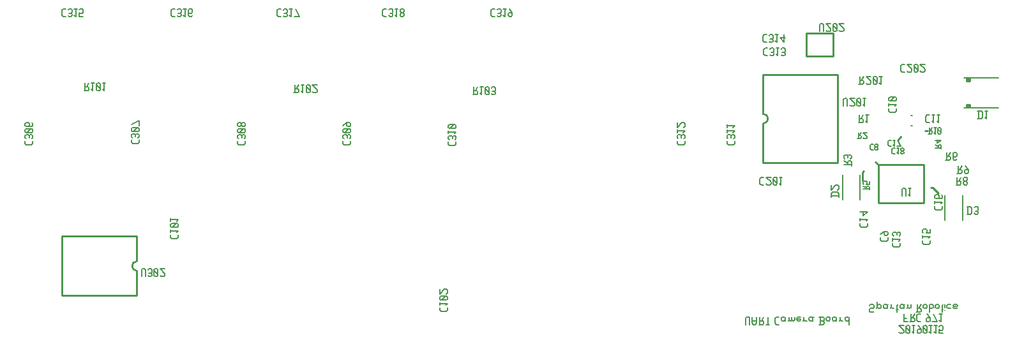
<source format=gbr>
G04 start of page 11 for group -4078 idx -4078 *
G04 Title: uart, bottomsilk *
G04 Creator: pcb 20140316 *
G04 CreationDate: Wed 16 Jan 2019 07:50:34 AM GMT UTC *
G04 For: brian *
G04 Format: Gerber/RS-274X *
G04 PCB-Dimensions (mil): 9000.00 5000.00 *
G04 PCB-Coordinate-Origin: lower left *
%MOIN*%
%FSLAX25Y25*%
%LNBOTTOMSILK*%
%ADD193C,0.0150*%
%ADD192C,0.0110*%
%ADD191C,0.0080*%
%ADD190C,0.0100*%
G54D190*X646500Y288500D02*X647500D01*
X650500Y285500D01*
X611500Y297000D02*X611000Y296500D01*
Y292000D01*
X643500Y318000D02*X645000D01*
X631000Y315000D02*X629500Y313500D01*
G54D191*X630000Y212970D02*X630490Y212480D01*
X631960D01*
X632450Y212970D01*
Y213950D01*
X630000Y216400D02*X632450Y213950D01*
X630000Y216400D02*X632450D01*
X633626Y215910D02*X634116Y216400D01*
X633626Y212970D02*Y215910D01*
Y212970D02*X634116Y212480D01*
X635096D01*
X635586Y212970D01*
Y215910D01*
X635096Y216400D02*X635586Y215910D01*
X634116Y216400D02*X635096D01*
X633626Y215420D02*X635586Y213460D01*
X636762Y213264D02*X637546Y212480D01*
Y216400D01*
X636762D02*X638232D01*
X639898D02*X641368Y214440D01*
Y212970D02*Y214440D01*
X640878Y212480D02*X641368Y212970D01*
X639898Y212480D02*X640878D01*
X639408Y212970D02*X639898Y212480D01*
X639408Y212970D02*Y213950D01*
X639898Y214440D01*
X641368D01*
X642544Y215910D02*X643034Y216400D01*
X642544Y212970D02*Y215910D01*
Y212970D02*X643034Y212480D01*
X644014D01*
X644504Y212970D01*
Y215910D01*
X644014Y216400D02*X644504Y215910D01*
X643034Y216400D02*X644014D01*
X642544Y215420D02*X644504Y213460D01*
X645680Y213264D02*X646464Y212480D01*
Y216400D01*
X645680D02*X647150D01*
X648326Y213264D02*X649110Y212480D01*
Y216400D01*
X648326D02*X649796D01*
X650972Y212480D02*X652932D01*
X650972D02*Y214440D01*
X651462Y213950D01*
X652442D01*
X652932Y214440D01*
Y215910D01*
X652442Y216400D02*X652932Y215910D01*
X651462Y216400D02*X652442D01*
X650972Y215910D02*X651462Y216400D01*
X632500Y218480D02*Y222400D01*
Y218480D02*X634460D01*
X632500Y220244D02*X633970D01*
X635636Y218480D02*X637596D01*
X638086Y218970D01*
Y219950D01*
X637596Y220440D02*X638086Y219950D01*
X636126Y220440D02*X637596D01*
X636126Y218480D02*Y222400D01*
X636910Y220440D02*X638086Y222400D01*
X639948D02*X641222D01*
X639262Y221714D02*X639948Y222400D01*
X639262Y219166D02*Y221714D01*
Y219166D02*X639948Y218480D01*
X641222D01*
X644652Y222400D02*X646122Y220440D01*
Y218970D02*Y220440D01*
X645632Y218480D02*X646122Y218970D01*
X644652Y218480D02*X645632D01*
X644162Y218970D02*X644652Y218480D01*
X644162Y218970D02*Y219950D01*
X644652Y220440D01*
X646122D01*
X647788Y222400D02*X649748Y218480D01*
X647298D02*X649748D01*
X650924Y219264D02*X651708Y218480D01*
Y222400D01*
X650924D02*X652394D01*
X616460Y223480D02*X616950Y223970D01*
X614990Y223480D02*X616460D01*
X614500Y223970D02*X614990Y223480D01*
X614500Y223970D02*Y224950D01*
X614990Y225440D01*
X616460D01*
X616950Y225930D01*
Y226910D01*
X616460Y227400D02*X616950Y226910D01*
X614990Y227400D02*X616460D01*
X614500Y226910D02*X614990Y227400D01*
X618616Y225930D02*Y228870D01*
X618126Y225440D02*X618616Y225930D01*
X619106Y225440D01*
X620086D01*
X620576Y225930D01*
Y226910D01*
X620086Y227400D02*X620576Y226910D01*
X619106Y227400D02*X620086D01*
X618616Y226910D02*X619106Y227400D01*
X623222Y225440D02*X623712Y225930D01*
X622242Y225440D02*X623222D01*
X621752Y225930D02*X622242Y225440D01*
X621752Y225930D02*Y226910D01*
X622242Y227400D01*
X623712Y225440D02*Y226910D01*
X624202Y227400D01*
X622242D02*X623222D01*
X623712Y226910D01*
X625868Y225930D02*Y227400D01*
Y225930D02*X626358Y225440D01*
X627338D01*
X625378D02*X625868Y225930D01*
X629004Y223480D02*Y226910D01*
X629494Y227400D01*
X628514Y224950D02*X629494D01*
X631944Y225440D02*X632434Y225930D01*
X630964Y225440D02*X631944D01*
X630474Y225930D02*X630964Y225440D01*
X630474Y225930D02*Y226910D01*
X630964Y227400D01*
X632434Y225440D02*Y226910D01*
X632924Y227400D01*
X630964D02*X631944D01*
X632434Y226910D01*
X634590Y225930D02*Y227400D01*
Y225930D02*X635080Y225440D01*
X635570D01*
X636060Y225930D01*
Y227400D01*
X634100Y225440D02*X634590Y225930D01*
X639000Y223480D02*X640960D01*
X641450Y223970D01*
Y224950D01*
X640960Y225440D02*X641450Y224950D01*
X639490Y225440D02*X640960D01*
X639490Y223480D02*Y227400D01*
X640274Y225440D02*X641450Y227400D01*
X642626Y225930D02*Y226910D01*
Y225930D02*X643116Y225440D01*
X644096D01*
X644586Y225930D01*
Y226910D01*
X644096Y227400D02*X644586Y226910D01*
X643116Y227400D02*X644096D01*
X642626Y226910D02*X643116Y227400D01*
X645762Y223480D02*Y227400D01*
Y226910D02*X646252Y227400D01*
X647232D01*
X647722Y226910D01*
Y225930D02*Y226910D01*
X647232Y225440D02*X647722Y225930D01*
X646252Y225440D02*X647232D01*
X645762Y225930D02*X646252Y225440D01*
X648898Y225930D02*Y226910D01*
Y225930D02*X649388Y225440D01*
X650368D01*
X650858Y225930D01*
Y226910D01*
X650368Y227400D02*X650858Y226910D01*
X649388Y227400D02*X650368D01*
X648898Y226910D02*X649388Y227400D01*
X652524Y223480D02*Y226910D01*
X653014Y227400D01*
X652034Y224950D02*X653014D01*
X653994Y224460D02*Y224558D01*
Y225930D02*Y227400D01*
X655464Y225440D02*X656934D01*
X654974Y225930D02*X655464Y225440D01*
X654974Y225930D02*Y226910D01*
X655464Y227400D01*
X656934D01*
X658600D02*X660070D01*
X660560Y226910D01*
X660070Y226420D02*X660560Y226910D01*
X658600Y226420D02*X660070D01*
X658110Y225930D02*X658600Y226420D01*
X658110Y225930D02*X658600Y225440D01*
X660070D01*
X660560Y225930D01*
X658110Y226910D02*X658600Y227400D01*
X550000Y216980D02*Y220410D01*
X550490Y220900D01*
X551470D01*
X551960Y220410D01*
Y216980D02*Y220410D01*
X553136Y217960D02*Y220900D01*
Y217960D02*X553822Y216980D01*
X554900D01*
X555586Y217960D01*
Y220900D01*
X553136Y218940D02*X555586D01*
X556762Y216980D02*X558722D01*
X559212Y217470D01*
Y218450D01*
X558722Y218940D02*X559212Y218450D01*
X557252Y218940D02*X558722D01*
X557252Y216980D02*Y220900D01*
X558036Y218940D02*X559212Y220900D01*
X560388Y216980D02*X562348D01*
X561368D02*Y220900D01*
X565974D02*X567248D01*
X565288Y220214D02*X565974Y220900D01*
X565288Y217666D02*Y220214D01*
Y217666D02*X565974Y216980D01*
X567248D01*
X569894Y218940D02*X570384Y219430D01*
X568914Y218940D02*X569894D01*
X568424Y219430D02*X568914Y218940D01*
X568424Y219430D02*Y220410D01*
X568914Y220900D01*
X570384Y218940D02*Y220410D01*
X570874Y220900D01*
X568914D02*X569894D01*
X570384Y220410D01*
X572540Y219430D02*Y220900D01*
Y219430D02*X573030Y218940D01*
X573520D01*
X574010Y219430D01*
Y220900D01*
Y219430D02*X574500Y218940D01*
X574990D01*
X575480Y219430D01*
Y220900D01*
X572050Y218940D02*X572540Y219430D01*
X577146Y220900D02*X578616D01*
X576656Y220410D02*X577146Y220900D01*
X576656Y219430D02*Y220410D01*
Y219430D02*X577146Y218940D01*
X578126D01*
X578616Y219430D01*
X576656Y219920D02*X578616D01*
Y219430D02*Y219920D01*
X580282Y219430D02*Y220900D01*
Y219430D02*X580772Y218940D01*
X581752D01*
X579792D02*X580282Y219430D01*
X584398Y218940D02*X584888Y219430D01*
X583418Y218940D02*X584398D01*
X582928Y219430D02*X583418Y218940D01*
X582928Y219430D02*Y220410D01*
X583418Y220900D01*
X584888Y218940D02*Y220410D01*
X585378Y220900D01*
X583418D02*X584398D01*
X584888Y220410D01*
X588318Y220900D02*X590278D01*
X590768Y220410D01*
Y219234D02*Y220410D01*
X590278Y218744D02*X590768Y219234D01*
X588808Y218744D02*X590278D01*
X588808Y216980D02*Y220900D01*
X588318Y216980D02*X590278D01*
X590768Y217470D01*
Y218254D01*
X590278Y218744D02*X590768Y218254D01*
X591944Y219430D02*Y220410D01*
Y219430D02*X592434Y218940D01*
X593414D01*
X593904Y219430D01*
Y220410D01*
X593414Y220900D02*X593904Y220410D01*
X592434Y220900D02*X593414D01*
X591944Y220410D02*X592434Y220900D01*
X596550Y218940D02*X597040Y219430D01*
X595570Y218940D02*X596550D01*
X595080Y219430D02*X595570Y218940D01*
X595080Y219430D02*Y220410D01*
X595570Y220900D01*
X597040Y218940D02*Y220410D01*
X597530Y220900D01*
X595570D02*X596550D01*
X597040Y220410D01*
X599196Y219430D02*Y220900D01*
Y219430D02*X599686Y218940D01*
X600666D01*
X598706D02*X599196Y219430D01*
X603802Y216980D02*Y220900D01*
X603312D02*X603802Y220410D01*
X602332Y220900D02*X603312D01*
X601842Y220410D02*X602332Y220900D01*
X601842Y219430D02*Y220410D01*
Y219430D02*X602332Y218940D01*
X603312D01*
X603802Y219430D01*
G54D190*X193000Y232000D02*X232000D01*
X193000Y263000D02*Y232000D01*
Y263000D02*X232000D01*
Y245000D02*Y232000D01*
Y263000D02*Y250000D01*
G75*G03X232000Y245000I0J-2500D01*G01*
G54D191*X663028Y284496D02*Y271504D01*
X653972Y284496D02*Y271504D01*
G54D192*Y272882D03*
X663028D03*
G54D191*X664000Y345750D02*X682000D01*
X664000Y330250D02*X682000D01*
G54D193*X665500Y344500D02*Y345250D01*
X666500Y344500D02*Y345250D01*
X665500Y344500D02*X666500D01*
X665500Y330750D02*Y331500D01*
X666500Y330750D02*Y331500D01*
X665500D02*X666500D01*
G54D191*X609528Y294996D02*Y282004D01*
X600472Y294996D02*Y282004D01*
G54D192*Y283382D03*
X609528D03*
G54D190*X619174Y280643D02*X642826D01*
X619174Y300357D02*Y280643D01*
Y300357D02*X642826D01*
Y280643D01*
X619174Y300359D02*X617674Y301859D01*
G54D191*X636107Y326255D02*X636893D01*
X636107Y320745D02*X636893D01*
G54D190*X581500Y369000D02*X595400D01*
Y357200D01*
X581500D02*X595400D01*
X581500Y369000D02*Y357200D01*
X559000Y347500D02*X598000D01*
Y301500D01*
X559000D02*X598000D01*
X559000Y347500D02*Y327000D01*
Y322000D02*Y301500D01*
Y322000D02*G75*G03X559000Y327000I0J2500D01*G01*
G54D191*X249650Y262550D02*Y263850D01*
X250350Y261850D02*X249650Y262550D01*
X250350Y261850D02*X252950D01*
X253650Y262550D01*
Y263850D01*
X252850Y265050D02*X253650Y265850D01*
X249650D02*X253650D01*
X249650Y265050D02*Y266550D01*
X250150Y267750D02*X249650Y268250D01*
X250150Y267750D02*X253150D01*
X253650Y268250D01*
Y269250D01*
X253150Y269750D01*
X250150D02*X253150D01*
X249650Y269250D02*X250150Y269750D01*
X249650Y268250D02*Y269250D01*
X250650Y267750D02*X252650Y269750D01*
X252850Y270950D02*X253650Y271750D01*
X249650D02*X253650D01*
X249650Y270950D02*Y272450D01*
X390150Y224550D02*Y225850D01*
X390850Y223850D02*X390150Y224550D01*
X390850Y223850D02*X393450D01*
X394150Y224550D01*
Y225850D01*
X393350Y227050D02*X394150Y227850D01*
X390150D02*X394150D01*
X390150Y227050D02*Y228550D01*
X390650Y229750D02*X390150Y230250D01*
X390650Y229750D02*X393650D01*
X394150Y230250D01*
Y231250D01*
X393650Y231750D01*
X390650D02*X393650D01*
X390150Y231250D02*X390650Y231750D01*
X390150Y230250D02*Y231250D01*
X391150Y229750D02*X393150Y231750D01*
X393650Y232950D02*X394150Y233450D01*
Y234950D01*
X393650Y235450D01*
X392650D02*X393650D01*
X390150Y232950D02*X392650Y235450D01*
X390150Y232950D02*Y235450D01*
X234500Y242000D02*Y245500D01*
X235000Y246000D01*
X236000D01*
X236500Y245500D01*
Y242000D02*Y245500D01*
X237700Y242500D02*X238200Y242000D01*
X239200D01*
X239700Y242500D01*
X239200Y246000D02*X239700Y245500D01*
X238200Y246000D02*X239200D01*
X237700Y245500D02*X238200Y246000D01*
Y243800D02*X239200D01*
X239700Y242500D02*Y243300D01*
Y244300D02*Y245500D01*
Y244300D02*X239200Y243800D01*
X239700Y243300D02*X239200Y243800D01*
X240900Y245500D02*X241400Y246000D01*
X240900Y242500D02*Y245500D01*
Y242500D02*X241400Y242000D01*
X242400D01*
X242900Y242500D01*
Y245500D01*
X242400Y246000D02*X242900Y245500D01*
X241400Y246000D02*X242400D01*
X240900Y245000D02*X242900Y243000D01*
X244100Y242500D02*X244600Y242000D01*
X246100D01*
X246600Y242500D01*
Y243500D01*
X244100Y246000D02*X246600Y243500D01*
X244100Y246000D02*X246600D01*
X417550Y381850D02*X418850D01*
X416850Y381150D02*X417550Y381850D01*
X416850Y378550D02*Y381150D01*
Y378550D02*X417550Y377850D01*
X418850D01*
X420050Y378350D02*X420550Y377850D01*
X421550D01*
X422050Y378350D01*
X421550Y381850D02*X422050Y381350D01*
X420550Y381850D02*X421550D01*
X420050Y381350D02*X420550Y381850D01*
Y379650D02*X421550D01*
X422050Y378350D02*Y379150D01*
Y380150D02*Y381350D01*
Y380150D02*X421550Y379650D01*
X422050Y379150D02*X421550Y379650D01*
X423250Y378650D02*X424050Y377850D01*
Y381850D01*
X423250D02*X424750D01*
X426450D02*X427950Y379850D01*
Y378350D02*Y379850D01*
X427450Y377850D02*X427950Y378350D01*
X426450Y377850D02*X427450D01*
X425950Y378350D02*X426450Y377850D01*
X425950Y378350D02*Y379350D01*
X426450Y379850D01*
X427950D01*
X361050Y381850D02*X362350D01*
X360350Y381150D02*X361050Y381850D01*
X360350Y378550D02*Y381150D01*
Y378550D02*X361050Y377850D01*
X362350D01*
X363550Y378350D02*X364050Y377850D01*
X365050D01*
X365550Y378350D01*
X365050Y381850D02*X365550Y381350D01*
X364050Y381850D02*X365050D01*
X363550Y381350D02*X364050Y381850D01*
Y379650D02*X365050D01*
X365550Y378350D02*Y379150D01*
Y380150D02*Y381350D01*
Y380150D02*X365050Y379650D01*
X365550Y379150D02*X365050Y379650D01*
X366750Y378650D02*X367550Y377850D01*
Y381850D01*
X366750D02*X368250D01*
X369450Y381350D02*X369950Y381850D01*
X369450Y380550D02*Y381350D01*
Y380550D02*X370150Y379850D01*
X370750D01*
X371450Y380550D01*
Y381350D01*
X370950Y381850D02*X371450Y381350D01*
X369950Y381850D02*X370950D01*
X369450Y379150D02*X370150Y379850D01*
X369450Y378350D02*Y379150D01*
Y378350D02*X369950Y377850D01*
X370950D01*
X371450Y378350D01*
Y379150D01*
X370750Y379850D02*X371450Y379150D01*
X305950Y381750D02*X307250D01*
X305250Y381050D02*X305950Y381750D01*
X305250Y378450D02*Y381050D01*
Y378450D02*X305950Y377750D01*
X307250D01*
X308450Y378250D02*X308950Y377750D01*
X309950D01*
X310450Y378250D01*
X309950Y381750D02*X310450Y381250D01*
X308950Y381750D02*X309950D01*
X308450Y381250D02*X308950Y381750D01*
Y379550D02*X309950D01*
X310450Y378250D02*Y379050D01*
Y380050D02*Y381250D01*
Y380050D02*X309950Y379550D01*
X310450Y379050D02*X309950Y379550D01*
X311650Y378550D02*X312450Y377750D01*
Y381750D01*
X311650D02*X313150D01*
X314850D02*X316850Y377750D01*
X314350D02*X316850D01*
X250550Y381850D02*X251850D01*
X249850Y381150D02*X250550Y381850D01*
X249850Y378550D02*Y381150D01*
Y378550D02*X250550Y377850D01*
X251850D01*
X253050Y378350D02*X253550Y377850D01*
X254550D01*
X255050Y378350D01*
X254550Y381850D02*X255050Y381350D01*
X253550Y381850D02*X254550D01*
X253050Y381350D02*X253550Y381850D01*
Y379650D02*X254550D01*
X255050Y378350D02*Y379150D01*
Y380150D02*Y381350D01*
Y380150D02*X254550Y379650D01*
X255050Y379150D02*X254550Y379650D01*
X256250Y378650D02*X257050Y377850D01*
Y381850D01*
X256250D02*X257750D01*
X260450Y377850D02*X260950Y378350D01*
X259450Y377850D02*X260450D01*
X258950Y378350D02*X259450Y377850D01*
X258950Y378350D02*Y381350D01*
X259450Y381850D01*
X260450Y379650D02*X260950Y380150D01*
X258950Y379650D02*X260450D01*
X259450Y381850D02*X260450D01*
X260950Y381350D01*
Y380150D02*Y381350D01*
X193550Y381850D02*X194850D01*
X192850Y381150D02*X193550Y381850D01*
X192850Y378550D02*Y381150D01*
Y378550D02*X193550Y377850D01*
X194850D01*
X196050Y378350D02*X196550Y377850D01*
X197550D01*
X198050Y378350D01*
X197550Y381850D02*X198050Y381350D01*
X196550Y381850D02*X197550D01*
X196050Y381350D02*X196550Y381850D01*
Y379650D02*X197550D01*
X198050Y378350D02*Y379150D01*
Y380150D02*Y381350D01*
Y380150D02*X197550Y379650D01*
X198050Y379150D02*X197550Y379650D01*
X199250Y378650D02*X200050Y377850D01*
Y381850D01*
X199250D02*X200750D01*
X201950Y377850D02*X203950D01*
X201950D02*Y379850D01*
X202450Y379350D01*
X203450D01*
X203950Y379850D01*
Y381350D01*
X203450Y381850D02*X203950Y381350D01*
X202450Y381850D02*X203450D01*
X201950Y381350D02*X202450Y381850D01*
X204500Y339000D02*X206500D01*
X207000Y339500D01*
Y340500D01*
X206500Y341000D02*X207000Y340500D01*
X205000Y341000D02*X206500D01*
X205000Y339000D02*Y343000D01*
X205800Y341000D02*X207000Y343000D01*
X208200Y339800D02*X209000Y339000D01*
Y343000D01*
X208200D02*X209700D01*
X210900Y342500D02*X211400Y343000D01*
X210900Y339500D02*Y342500D01*
Y339500D02*X211400Y339000D01*
X212400D01*
X212900Y339500D01*
Y342500D01*
X212400Y343000D02*X212900Y342500D01*
X211400Y343000D02*X212400D01*
X210900Y342000D02*X212900Y340000D01*
X214100Y339800D02*X214900Y339000D01*
Y343000D01*
X214100D02*X215600D01*
X284650Y311550D02*Y312850D01*
X285350Y310850D02*X284650Y311550D01*
X285350Y310850D02*X287950D01*
X288650Y311550D01*
Y312850D01*
X288150Y314050D02*X288650Y314550D01*
Y315550D01*
X288150Y316050D01*
X284650Y315550D02*X285150Y316050D01*
X284650Y314550D02*Y315550D01*
X285150Y314050D02*X284650Y314550D01*
X286850D02*Y315550D01*
X287350Y316050D02*X288150D01*
X285150D02*X286350D01*
X286850Y315550D01*
X287350Y316050D02*X286850Y315550D01*
X285150Y317250D02*X284650Y317750D01*
X285150Y317250D02*X288150D01*
X288650Y317750D01*
Y318750D01*
X288150Y319250D01*
X285150D02*X288150D01*
X284650Y318750D02*X285150Y319250D01*
X284650Y317750D02*Y318750D01*
X285650Y317250D02*X287650Y319250D01*
X285150Y320450D02*X284650Y320950D01*
X285150Y320450D02*X285950D01*
X286650Y321150D01*
Y321750D01*
X285950Y322450D01*
X285150D02*X285950D01*
X284650Y321950D02*X285150Y322450D01*
X284650Y320950D02*Y321950D01*
X287350Y320450D02*X286650Y321150D01*
X287350Y320450D02*X288150D01*
X288650Y320950D01*
Y321950D01*
X288150Y322450D01*
X287350D02*X288150D01*
X286650Y321750D02*X287350Y322450D01*
X229150Y312050D02*Y313350D01*
X229850Y311350D02*X229150Y312050D01*
X229850Y311350D02*X232450D01*
X233150Y312050D01*
Y313350D01*
X232650Y314550D02*X233150Y315050D01*
Y316050D01*
X232650Y316550D01*
X229150Y316050D02*X229650Y316550D01*
X229150Y315050D02*Y316050D01*
X229650Y314550D02*X229150Y315050D01*
X231350D02*Y316050D01*
X231850Y316550D02*X232650D01*
X229650D02*X230850D01*
X231350Y316050D01*
X231850Y316550D02*X231350Y316050D01*
X229650Y317750D02*X229150Y318250D01*
X229650Y317750D02*X232650D01*
X233150Y318250D01*
Y319250D01*
X232650Y319750D01*
X229650D02*X232650D01*
X229150Y319250D02*X229650Y319750D01*
X229150Y318250D02*Y319250D01*
X230150Y317750D02*X232150Y319750D01*
X229150Y321450D02*X233150Y323450D01*
Y320950D02*Y323450D01*
X173650Y311550D02*Y312850D01*
X174350Y310850D02*X173650Y311550D01*
X174350Y310850D02*X176950D01*
X177650Y311550D01*
Y312850D01*
X177150Y314050D02*X177650Y314550D01*
Y315550D01*
X177150Y316050D01*
X173650Y315550D02*X174150Y316050D01*
X173650Y314550D02*Y315550D01*
X174150Y314050D02*X173650Y314550D01*
X175850D02*Y315550D01*
X176350Y316050D02*X177150D01*
X174150D02*X175350D01*
X175850Y315550D01*
X176350Y316050D02*X175850Y315550D01*
X174150Y317250D02*X173650Y317750D01*
X174150Y317250D02*X177150D01*
X177650Y317750D01*
Y318750D01*
X177150Y319250D01*
X174150D02*X177150D01*
X173650Y318750D02*X174150Y319250D01*
X173650Y317750D02*Y318750D01*
X174650Y317250D02*X176650Y319250D01*
X177650Y321950D02*X177150Y322450D01*
X177650Y320950D02*Y321950D01*
X177150Y320450D02*X177650Y320950D01*
X174150Y320450D02*X177150D01*
X174150D02*X173650Y320950D01*
X175850Y321950D02*X175350Y322450D01*
X175850Y320450D02*Y321950D01*
X173650Y320950D02*Y321950D01*
X174150Y322450D01*
X175350D01*
X558050Y293850D02*X559350D01*
X557350Y293150D02*X558050Y293850D01*
X557350Y290550D02*Y293150D01*
Y290550D02*X558050Y289850D01*
X559350D01*
X560550Y290350D02*X561050Y289850D01*
X562550D01*
X563050Y290350D01*
Y291350D01*
X560550Y293850D02*X563050Y291350D01*
X560550Y293850D02*X563050D01*
X564250Y293350D02*X564750Y293850D01*
X564250Y290350D02*Y293350D01*
Y290350D02*X564750Y289850D01*
X565750D01*
X566250Y290350D01*
Y293350D01*
X565750Y293850D02*X566250Y293350D01*
X564750Y293850D02*X565750D01*
X564250Y292850D02*X566250Y290850D01*
X567450Y290650D02*X568250Y289850D01*
Y293850D01*
X567450D02*X568950D01*
X394650Y311050D02*Y312350D01*
X395350Y310350D02*X394650Y311050D01*
X395350Y310350D02*X397950D01*
X398650Y311050D01*
Y312350D01*
X398150Y313550D02*X398650Y314050D01*
Y315050D01*
X398150Y315550D01*
X394650Y315050D02*X395150Y315550D01*
X394650Y314050D02*Y315050D01*
X395150Y313550D02*X394650Y314050D01*
X396850D02*Y315050D01*
X397350Y315550D02*X398150D01*
X395150D02*X396350D01*
X396850Y315050D01*
X397350Y315550D02*X396850Y315050D01*
X397850Y316750D02*X398650Y317550D01*
X394650D02*X398650D01*
X394650Y316750D02*Y318250D01*
X395150Y319450D02*X394650Y319950D01*
X395150Y319450D02*X398150D01*
X398650Y319950D01*
Y320950D01*
X398150Y321450D01*
X395150D02*X398150D01*
X394650Y320950D02*X395150Y321450D01*
X394650Y319950D02*Y320950D01*
X395650Y319450D02*X397650Y321450D01*
X314000Y338000D02*X316000D01*
X316500Y338500D01*
Y339500D01*
X316000Y340000D02*X316500Y339500D01*
X314500Y340000D02*X316000D01*
X314500Y338000D02*Y342000D01*
X315300Y340000D02*X316500Y342000D01*
X317700Y338800D02*X318500Y338000D01*
Y342000D01*
X317700D02*X319200D01*
X320400Y341500D02*X320900Y342000D01*
X320400Y338500D02*Y341500D01*
Y338500D02*X320900Y338000D01*
X321900D01*
X322400Y338500D01*
Y341500D01*
X321900Y342000D02*X322400Y341500D01*
X320900Y342000D02*X321900D01*
X320400Y341000D02*X322400Y339000D01*
X323600Y338500D02*X324100Y338000D01*
X325600D01*
X326100Y338500D01*
Y339500D01*
X323600Y342000D02*X326100Y339500D01*
X323600Y342000D02*X326100D01*
X339650Y311550D02*Y312850D01*
X340350Y310850D02*X339650Y311550D01*
X340350Y310850D02*X342950D01*
X343650Y311550D01*
Y312850D01*
X343150Y314050D02*X343650Y314550D01*
Y315550D01*
X343150Y316050D01*
X339650Y315550D02*X340150Y316050D01*
X339650Y314550D02*Y315550D01*
X340150Y314050D02*X339650Y314550D01*
X341850D02*Y315550D01*
X342350Y316050D02*X343150D01*
X340150D02*X341350D01*
X341850Y315550D01*
X342350Y316050D02*X341850Y315550D01*
X340150Y317250D02*X339650Y317750D01*
X340150Y317250D02*X343150D01*
X343650Y317750D01*
Y318750D01*
X343150Y319250D01*
X340150D02*X343150D01*
X339650Y318750D02*X340150Y319250D01*
X339650Y317750D02*Y318750D01*
X340650Y317250D02*X342650Y319250D01*
X339650Y320950D02*X341650Y322450D01*
X343150D01*
X343650Y321950D02*X343150Y322450D01*
X343650Y320950D02*Y321950D01*
X343150Y320450D02*X343650Y320950D01*
X342150Y320450D02*X343150D01*
X342150D02*X341650Y320950D01*
Y322450D01*
X666000Y274500D02*Y278500D01*
X667300Y274500D02*X668000Y275200D01*
Y277800D01*
X667300Y278500D02*X668000Y277800D01*
X665500Y278500D02*X667300D01*
X665500Y274500D02*X667300D01*
X669200Y275000D02*X669700Y274500D01*
X670700D01*
X671200Y275000D01*
X670700Y278500D02*X671200Y278000D01*
X669700Y278500D02*X670700D01*
X669200Y278000D02*X669700Y278500D01*
Y276300D02*X670700D01*
X671200Y275000D02*Y275800D01*
Y276800D02*Y278000D01*
Y276800D02*X670700Y276300D01*
X671200Y275800D02*X670700Y276300D01*
X609650Y268550D02*Y269850D01*
X610350Y267850D02*X609650Y268550D01*
X610350Y267850D02*X612950D01*
X613650Y268550D01*
Y269850D01*
X612850Y271050D02*X613650Y271850D01*
X609650D02*X613650D01*
X609650Y271050D02*Y272550D01*
X611150Y273750D02*X613650Y275750D01*
X611150Y273750D02*Y276250D01*
X609650Y275750D02*X613650D01*
X594500Y284000D02*X598500D01*
Y285300D02*X597800Y286000D01*
X595200D02*X597800D01*
X594500Y285300D02*X595200Y286000D01*
X594500Y283500D02*Y285300D01*
X598500Y283500D02*Y285300D01*
X598000Y287200D02*X598500Y287700D01*
Y289200D01*
X598000Y289700D01*
X597000D02*X598000D01*
X594500Y287200D02*X597000Y289700D01*
X594500Y287200D02*Y289700D01*
X631500Y284000D02*Y287500D01*
X632000Y288000D01*
X633000D01*
X633500Y287500D01*
Y284000D02*Y287500D01*
X634700Y284800D02*X635500Y284000D01*
Y288000D01*
X634700D02*X636200D01*
X648650Y277550D02*Y278850D01*
X649350Y276850D02*X648650Y277550D01*
X649350Y276850D02*X651950D01*
X652650Y277550D01*
Y278850D01*
X651850Y280050D02*X652650Y280850D01*
X648650D02*X652650D01*
X648650Y280050D02*Y281550D01*
X652650Y284250D02*X652150Y284750D01*
X652650Y283250D02*Y284250D01*
X652150Y282750D02*X652650Y283250D01*
X649150Y282750D02*X652150D01*
X649150D02*X648650Y283250D01*
X650850Y284250D02*X650350Y284750D01*
X650850Y282750D02*Y284250D01*
X648650Y283250D02*Y284250D01*
X649150Y284750D01*
X650350D01*
X642150Y259550D02*Y260850D01*
X642850Y258850D02*X642150Y259550D01*
X642850Y258850D02*X645450D01*
X646150Y259550D01*
Y260850D01*
X645350Y262050D02*X646150Y262850D01*
X642150D02*X646150D01*
X642150Y262050D02*Y263550D01*
X646150Y264750D02*Y266750D01*
X644150Y264750D02*X646150D01*
X644150D02*X644650Y265250D01*
Y266250D01*
X644150Y266750D01*
X642650D02*X644150D01*
X642150Y266250D02*X642650Y266750D01*
X642150Y265250D02*Y266250D01*
X642650Y264750D02*X642150Y265250D01*
X620150Y261050D02*Y262350D01*
X620850Y260350D02*X620150Y261050D01*
X620850Y260350D02*X623450D01*
X624150Y261050D01*
Y262350D01*
X620150Y264050D02*X622150Y265550D01*
X623650D01*
X624150Y265050D02*X623650Y265550D01*
X624150Y264050D02*Y265050D01*
X623650Y263550D02*X624150Y264050D01*
X622650Y263550D02*X623650D01*
X622650D02*X622150Y264050D01*
Y265550D01*
X626650Y258050D02*Y259350D01*
X627350Y257350D02*X626650Y258050D01*
X627350Y257350D02*X629950D01*
X630650Y258050D01*
Y259350D01*
X629850Y260550D02*X630650Y261350D01*
X626650D02*X630650D01*
X626650Y260550D02*Y262050D01*
X630150Y263250D02*X630650Y263750D01*
Y264750D01*
X630150Y265250D01*
X626650Y264750D02*X627150Y265250D01*
X626650Y263750D02*Y264750D01*
X627150Y263250D02*X626650Y263750D01*
X628850D02*Y264750D01*
X629350Y265250D02*X630150D01*
X627150D02*X628350D01*
X628850Y264750D01*
X629350Y265250D02*X628850Y264750D01*
X614380Y287350D02*Y288890D01*
X613995Y289275D01*
X613225D02*X613995D01*
X612840Y288890D02*X613225Y289275D01*
X612840Y287735D02*Y288890D01*
X611300Y287735D02*X614380D01*
X612840Y288351D02*X611300Y289275D01*
X614380Y290199D02*Y291739D01*
X612840Y290199D02*X614380D01*
X612840D02*X613225Y290584D01*
Y291354D01*
X612840Y291739D01*
X611685D02*X612840D01*
X611300Y291354D02*X611685Y291739D01*
X611300Y290584D02*Y291354D01*
X611685Y290199D02*X611300Y290584D01*
X605150Y299850D02*Y301850D01*
X604650Y302350D01*
X603650D02*X604650D01*
X603150Y301850D02*X603650Y302350D01*
X603150Y300350D02*Y301850D01*
X601150Y300350D02*X605150D01*
X603150Y301150D02*X601150Y302350D01*
X604650Y303550D02*X605150Y304050D01*
Y305050D01*
X604650Y305550D01*
X601150Y305050D02*X601650Y305550D01*
X601150Y304050D02*Y305050D01*
X601650Y303550D02*X601150Y304050D01*
X603350D02*Y305050D01*
X603850Y305550D02*X604650D01*
X601650D02*X602850D01*
X603350Y305050D01*
X603850Y305550D02*X603350Y305050D01*
X644550Y326350D02*X645850D01*
X643850Y325650D02*X644550Y326350D01*
X643850Y323050D02*Y325650D01*
Y323050D02*X644550Y322350D01*
X645850D01*
X647050Y323150D02*X647850Y322350D01*
Y326350D01*
X647050D02*X648550D01*
X649750Y323150D02*X650550Y322350D01*
Y326350D01*
X649750D02*X651250D01*
X651890Y308850D02*Y310370D01*
X651510Y310750D01*
X650750D02*X651510D01*
X650370Y310370D02*X650750Y310750D01*
X650370Y309230D02*Y310370D01*
X648850Y309230D02*X651890D01*
X650370Y309838D02*X648850Y310750D01*
X649990Y311662D02*X651890Y313182D01*
X649990Y311662D02*Y313562D01*
X648850Y313182D02*X651890D01*
X645350Y316620D02*X646890D01*
X647275Y317005D01*
Y317775D01*
X646890Y318160D02*X647275Y317775D01*
X645735Y318160D02*X646890D01*
X645735Y316620D02*Y319700D01*
X646351Y318160D02*X647275Y319700D01*
X648199Y317236D02*X648815Y316620D01*
Y319700D01*
X648199D02*X649354D01*
X650278Y319315D02*X650663Y319700D01*
X650278Y317005D02*Y319315D01*
Y317005D02*X650663Y316620D01*
X651433D01*
X651818Y317005D01*
Y319315D01*
X651433Y319700D02*X651818Y319315D01*
X650663Y319700D02*X651433D01*
X650278Y318930D02*X651818Y317390D01*
X615389Y311200D02*X616390D01*
X614850Y310661D02*X615389Y311200D01*
X614850Y308659D02*Y310661D01*
Y308659D02*X615389Y308120D01*
X616390D01*
X617314Y310815D02*X617699Y311200D01*
X617314Y310199D02*Y310815D01*
Y310199D02*X617853Y309660D01*
X618315D01*
X618854Y310199D01*
Y310815D01*
X618469Y311200D02*X618854Y310815D01*
X617699Y311200D02*X618469D01*
X617314Y309121D02*X617853Y309660D01*
X617314Y308505D02*Y309121D01*
Y308505D02*X617699Y308120D01*
X618469D01*
X618854Y308505D01*
Y309121D01*
X618315Y309660D02*X618854Y309121D01*
X608350Y314120D02*X609890D01*
X610275Y314505D01*
Y315275D01*
X609890Y315660D02*X610275Y315275D01*
X608735Y315660D02*X609890D01*
X608735Y314120D02*Y317200D01*
X609351Y315660D02*X610275Y317200D01*
X611199Y314505D02*X611584Y314120D01*
X612739D01*
X613124Y314505D01*
Y315275D01*
X611199Y317200D02*X613124Y315275D01*
X611199Y317200D02*X613124D01*
X608850Y322350D02*X610850D01*
X611350Y322850D01*
Y323850D01*
X610850Y324350D02*X611350Y323850D01*
X609350Y324350D02*X610850D01*
X609350Y322350D02*Y326350D01*
X610150Y324350D02*X611350Y326350D01*
X612550Y323150D02*X613350Y322350D01*
Y326350D01*
X612550D02*X614050D01*
X626882Y309150D02*X627870D01*
X626350Y308618D02*X626882Y309150D01*
X626350Y306642D02*Y308618D01*
Y306642D02*X626882Y306110D01*
X627870D01*
X628782Y306718D02*X629390Y306110D01*
Y309150D01*
X628782D02*X629922D01*
X630834Y308770D02*X631214Y309150D01*
X630834Y308162D02*Y308770D01*
Y308162D02*X631366Y307630D01*
X631822D01*
X632354Y308162D01*
Y308770D01*
X631974Y309150D02*X632354Y308770D01*
X631214Y309150D02*X631974D01*
X630834Y307098D02*X631366Y307630D01*
X630834Y306490D02*Y307098D01*
Y306490D02*X631214Y306110D01*
X631974D01*
X632354Y306490D01*
Y307098D01*
X631822Y307630D02*X632354Y307098D01*
X624889Y313200D02*X625890D01*
X624350Y312661D02*X624889Y313200D01*
X624350Y310659D02*Y312661D01*
Y310659D02*X624889Y310120D01*
X625890D01*
X626814Y310736D02*X627430Y310120D01*
Y313200D01*
X626814D02*X627969D01*
X629278D02*X630818Y310120D01*
X628893D02*X630818D01*
X660350Y295850D02*X662350D01*
X662850Y296350D01*
Y297350D01*
X662350Y297850D02*X662850Y297350D01*
X660850Y297850D02*X662350D01*
X660850Y295850D02*Y299850D01*
X661650Y297850D02*X662850Y299850D01*
X664550D02*X666050Y297850D01*
Y296350D02*Y297850D01*
X665550Y295850D02*X666050Y296350D01*
X664550Y295850D02*X665550D01*
X664050Y296350D02*X664550Y295850D01*
X664050Y296350D02*Y297350D01*
X664550Y297850D01*
X666050D01*
X659850Y289850D02*X661850D01*
X662350Y290350D01*
Y291350D01*
X661850Y291850D02*X662350Y291350D01*
X660350Y291850D02*X661850D01*
X660350Y289850D02*Y293850D01*
X661150Y291850D02*X662350Y293850D01*
X663550Y293350D02*X664050Y293850D01*
X663550Y292550D02*Y293350D01*
Y292550D02*X664250Y291850D01*
X664850D01*
X665550Y292550D01*
Y293350D01*
X665050Y293850D02*X665550Y293350D01*
X664050Y293850D02*X665050D01*
X663550Y291150D02*X664250Y291850D01*
X663550Y290350D02*Y291150D01*
Y290350D02*X664050Y289850D01*
X665050D01*
X665550Y290350D01*
Y291150D01*
X664850Y291850D02*X665550Y291150D01*
X654350Y302850D02*X656350D01*
X656850Y303350D01*
Y304350D01*
X656350Y304850D02*X656850Y304350D01*
X654850Y304850D02*X656350D01*
X654850Y302850D02*Y306850D01*
X655650Y304850D02*X656850Y306850D01*
X659550Y302850D02*X660050Y303350D01*
X658550Y302850D02*X659550D01*
X658050Y303350D02*X658550Y302850D01*
X658050Y303350D02*Y306350D01*
X658550Y306850D01*
X659550Y304650D02*X660050Y305150D01*
X658050Y304650D02*X659550D01*
X658550Y306850D02*X659550D01*
X660050Y306350D01*
Y305150D02*Y306350D01*
X671500Y324500D02*Y328500D01*
X672800Y324500D02*X673500Y325200D01*
Y327800D01*
X672800Y328500D02*X673500Y327800D01*
X671000Y328500D02*X672800D01*
X671000Y324500D02*X672800D01*
X674700Y325300D02*X675500Y324500D01*
Y328500D01*
X674700D02*X676200D01*
X588500Y370000D02*Y373500D01*
X589000Y374000D01*
X590000D01*
X590500Y373500D01*
Y370000D02*Y373500D01*
X591700Y370500D02*X592200Y370000D01*
X593700D01*
X594200Y370500D01*
Y371500D01*
X591700Y374000D02*X594200Y371500D01*
X591700Y374000D02*X594200D01*
X595400Y373500D02*X595900Y374000D01*
X595400Y370500D02*Y373500D01*
Y370500D02*X595900Y370000D01*
X596900D01*
X597400Y370500D01*
Y373500D01*
X596900Y374000D02*X597400Y373500D01*
X595900Y374000D02*X596900D01*
X595400Y373000D02*X597400Y371000D01*
X598600Y370500D02*X599100Y370000D01*
X600600D01*
X601100Y370500D01*
Y371500D01*
X598600Y374000D02*X601100Y371500D01*
X598600Y374000D02*X601100D01*
X624650Y328550D02*Y329850D01*
X625350Y327850D02*X624650Y328550D01*
X625350Y327850D02*X627950D01*
X628650Y328550D01*
Y329850D01*
X627850Y331050D02*X628650Y331850D01*
X624650D02*X628650D01*
X624650Y331050D02*Y332550D01*
X625150Y333750D02*X624650Y334250D01*
X625150Y333750D02*X628150D01*
X628650Y334250D01*
Y335250D01*
X628150Y335750D01*
X625150D02*X628150D01*
X624650Y335250D02*X625150Y335750D01*
X624650Y334250D02*Y335250D01*
X625650Y333750D02*X627650Y335750D01*
X631550Y352850D02*X632850D01*
X630850Y352150D02*X631550Y352850D01*
X630850Y349550D02*Y352150D01*
Y349550D02*X631550Y348850D01*
X632850D01*
X634050Y349350D02*X634550Y348850D01*
X636050D01*
X636550Y349350D01*
Y350350D01*
X634050Y352850D02*X636550Y350350D01*
X634050Y352850D02*X636550D01*
X637750Y352350D02*X638250Y352850D01*
X637750Y349350D02*Y352350D01*
Y349350D02*X638250Y348850D01*
X639250D01*
X639750Y349350D01*
Y352350D01*
X639250Y352850D02*X639750Y352350D01*
X638250Y352850D02*X639250D01*
X637750Y351850D02*X639750Y349850D01*
X640950Y349350D02*X641450Y348850D01*
X642950D01*
X643450Y349350D01*
Y350350D01*
X640950Y352850D02*X643450Y350350D01*
X640950Y352850D02*X643450D01*
X601000Y331000D02*Y334500D01*
X601500Y335000D01*
X602500D01*
X603000Y334500D01*
Y331000D02*Y334500D01*
X604200Y331500D02*X604700Y331000D01*
X606200D01*
X606700Y331500D01*
Y332500D01*
X604200Y335000D02*X606700Y332500D01*
X604200Y335000D02*X606700D01*
X607900Y334500D02*X608400Y335000D01*
X607900Y331500D02*Y334500D01*
Y331500D02*X608400Y331000D01*
X609400D01*
X609900Y331500D01*
Y334500D01*
X609400Y335000D02*X609900Y334500D01*
X608400Y335000D02*X609400D01*
X607900Y334000D02*X609900Y332000D01*
X611100Y331800D02*X611900Y331000D01*
Y335000D01*
X611100D02*X612600D01*
X559550Y368350D02*X560850D01*
X558850Y367650D02*X559550Y368350D01*
X558850Y365050D02*Y367650D01*
Y365050D02*X559550Y364350D01*
X560850D01*
X562050Y364850D02*X562550Y364350D01*
X563550D01*
X564050Y364850D01*
X563550Y368350D02*X564050Y367850D01*
X562550Y368350D02*X563550D01*
X562050Y367850D02*X562550Y368350D01*
Y366150D02*X563550D01*
X564050Y364850D02*Y365650D01*
Y366650D02*Y367850D01*
Y366650D02*X563550Y366150D01*
X564050Y365650D02*X563550Y366150D01*
X565250Y365150D02*X566050Y364350D01*
Y368350D01*
X565250D02*X566750D01*
X567950Y366850D02*X569950Y364350D01*
X567950Y366850D02*X570450D01*
X569950Y364350D02*Y368350D01*
X560050Y361350D02*X561350D01*
X559350Y360650D02*X560050Y361350D01*
X559350Y358050D02*Y360650D01*
Y358050D02*X560050Y357350D01*
X561350D01*
X562550Y357850D02*X563050Y357350D01*
X564050D01*
X564550Y357850D01*
X564050Y361350D02*X564550Y360850D01*
X563050Y361350D02*X564050D01*
X562550Y360850D02*X563050Y361350D01*
Y359150D02*X564050D01*
X564550Y357850D02*Y358650D01*
Y359650D02*Y360850D01*
Y359650D02*X564050Y359150D01*
X564550Y358650D02*X564050Y359150D01*
X565750Y358150D02*X566550Y357350D01*
Y361350D01*
X565750D02*X567250D01*
X568450Y357850D02*X568950Y357350D01*
X569950D01*
X570450Y357850D01*
X569950Y361350D02*X570450Y360850D01*
X568950Y361350D02*X569950D01*
X568450Y360850D02*X568950Y361350D01*
Y359150D02*X569950D01*
X570450Y357850D02*Y358650D01*
Y359650D02*Y360850D01*
Y359650D02*X569950Y359150D01*
X570450Y358650D02*X569950Y359150D01*
X609000Y342500D02*X611000D01*
X611500Y343000D01*
Y344000D01*
X611000Y344500D02*X611500Y344000D01*
X609500Y344500D02*X611000D01*
X609500Y342500D02*Y346500D01*
X610300Y344500D02*X611500Y346500D01*
X612700Y343000D02*X613200Y342500D01*
X614700D01*
X615200Y343000D01*
Y344000D01*
X612700Y346500D02*X615200Y344000D01*
X612700Y346500D02*X615200D01*
X616400Y346000D02*X616900Y346500D01*
X616400Y343000D02*Y346000D01*
Y343000D02*X616900Y342500D01*
X617900D01*
X618400Y343000D01*
Y346000D01*
X617900Y346500D02*X618400Y346000D01*
X616900Y346500D02*X617900D01*
X616400Y345500D02*X618400Y343500D01*
X619600Y343300D02*X620400Y342500D01*
Y346500D01*
X619600D02*X621100D01*
X514150Y311550D02*Y312850D01*
X514850Y310850D02*X514150Y311550D01*
X514850Y310850D02*X517450D01*
X518150Y311550D01*
Y312850D01*
X517650Y314050D02*X518150Y314550D01*
Y315550D01*
X517650Y316050D01*
X514150Y315550D02*X514650Y316050D01*
X514150Y314550D02*Y315550D01*
X514650Y314050D02*X514150Y314550D01*
X516350D02*Y315550D01*
X516850Y316050D02*X517650D01*
X514650D02*X515850D01*
X516350Y315550D01*
X516850Y316050D02*X516350Y315550D01*
X517350Y317250D02*X518150Y318050D01*
X514150D02*X518150D01*
X514150Y317250D02*Y318750D01*
X517650Y319950D02*X518150Y320450D01*
Y321950D01*
X517650Y322450D01*
X516650D02*X517650D01*
X514150Y319950D02*X516650Y322450D01*
X514150Y319950D02*Y322450D01*
X540150Y311550D02*Y312850D01*
X540850Y310850D02*X540150Y311550D01*
X540850Y310850D02*X543450D01*
X544150Y311550D01*
Y312850D01*
X543650Y314050D02*X544150Y314550D01*
Y315550D01*
X543650Y316050D01*
X540150Y315550D02*X540650Y316050D01*
X540150Y314550D02*Y315550D01*
X540650Y314050D02*X540150Y314550D01*
X542350D02*Y315550D01*
X542850Y316050D02*X543650D01*
X540650D02*X541850D01*
X542350Y315550D01*
X542850Y316050D02*X542350Y315550D01*
X543350Y317250D02*X544150Y318050D01*
X540150D02*X544150D01*
X540150Y317250D02*Y318750D01*
X543350Y319950D02*X544150Y320750D01*
X540150D02*X544150D01*
X540150Y319950D02*Y321450D01*
X407500Y337000D02*X409500D01*
X410000Y337500D01*
Y338500D01*
X409500Y339000D02*X410000Y338500D01*
X408000Y339000D02*X409500D01*
X408000Y337000D02*Y341000D01*
X408800Y339000D02*X410000Y341000D01*
X411200Y337800D02*X412000Y337000D01*
Y341000D01*
X411200D02*X412700D01*
X413900Y340500D02*X414400Y341000D01*
X413900Y337500D02*Y340500D01*
Y337500D02*X414400Y337000D01*
X415400D01*
X415900Y337500D01*
Y340500D01*
X415400Y341000D02*X415900Y340500D01*
X414400Y341000D02*X415400D01*
X413900Y340000D02*X415900Y338000D01*
X417100Y337500D02*X417600Y337000D01*
X418600D01*
X419100Y337500D01*
X418600Y341000D02*X419100Y340500D01*
X417600Y341000D02*X418600D01*
X417100Y340500D02*X417600Y341000D01*
Y338800D02*X418600D01*
X419100Y337500D02*Y338300D01*
Y339300D02*Y340500D01*
Y339300D02*X418600Y338800D01*
X419100Y338300D02*X418600Y338800D01*
M02*

</source>
